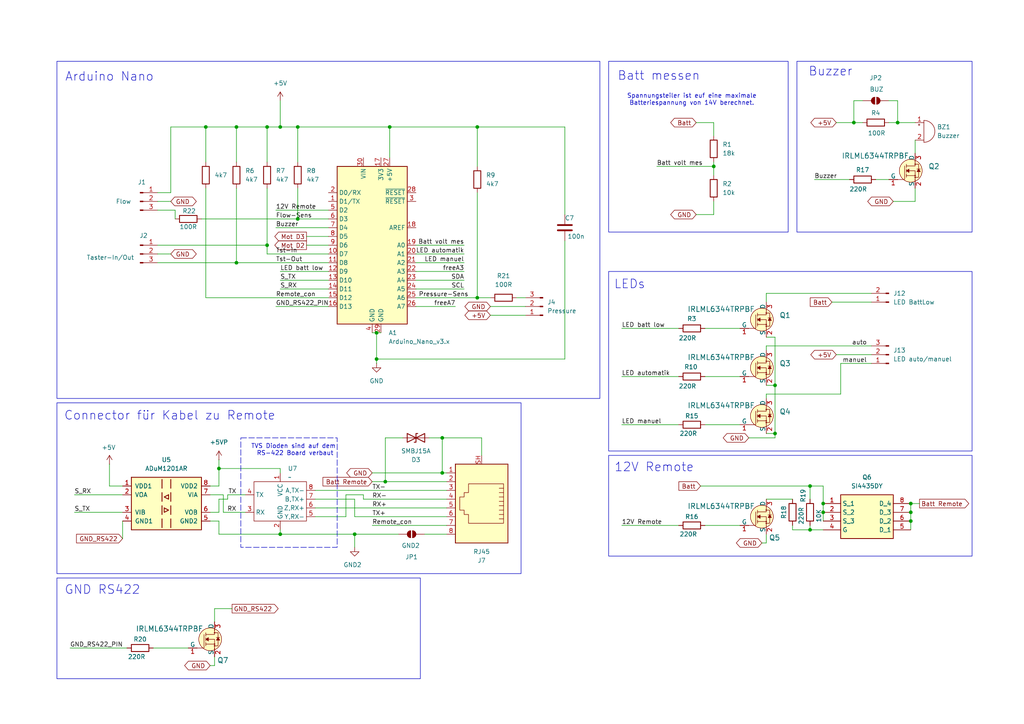
<source format=kicad_sch>
(kicad_sch (version 20250114) (generator "eeschema") (generator_version "9.0")
  (paper "A4")
  (title_block (title "Controller - Pumpstation") (date "2025-01-03") (rev "0.2") (company "sKlausi") (comment 2 "UART") (comment 3 "Test Aufbau"))
  (lib_symbols
    (symbol "Connector:Conn_01x02_Pin" (pin_names (offset 1.016) (hide yes))
      (property "Reference" "J" (at 0 2.54 0))
      (property "Value" "Conn_01x02_Pin" (at 0 -5.08 0))
      (symbol "Conn_01x02_Pin_1_1"
        (rectangle (start 0.8636 0.127) (end 0 -0.127) (stroke (width 0.1524)) (fill (type outline)))
        (rectangle (start 0.8636 -2.413) (end 0 -2.667) (stroke (width 0.1524)) (fill (type outline)))
        (polyline (pts (xy 1.27 0) (xy 0.8636 0)) (stroke (width 0.1524)))
        (polyline (pts (xy 1.27 -2.54) (xy 0.8636 -2.54)) (stroke (width 0.1524)))
        (pin passive line (at 5.08 0 180) (length 3.81) (name "Pin_1") (number "1"))
        (pin passive line (at 5.08 -2.54 180) (length 3.81) (name "Pin_2") (number "2"))
      )
    )
    (symbol "Connector:Conn_01x03_Pin" (pin_names (offset 1.016) (hide yes))
      (property "Reference" "J" (at 0 5.08 0))
      (property "Value" "Conn_01x03_Pin" (at 0 -5.08 0))
      (symbol "Conn_01x03_Pin_1_1"
        (rectangle (start 0.8636 2.667) (end 0 2.413) (stroke (width 0.1524)) (fill (type outline)))
        (rectangle (start 0.8636 0.127) (end 0 -0.127) (stroke (width 0.1524)) (fill (type outline)))
        (rectangle (start 0.8636 -2.413) (end 0 -2.667) (stroke (width 0.1524)) (fill (type outline)))
        (polyline (pts (xy 1.27 2.54) (xy 0.8636 2.54)) (stroke (width 0.1524)))
        (polyline (pts (xy 1.27 0) (xy 0.8636 0)) (stroke (width 0.1524)))
        (polyline (pts (xy 1.27 -2.54) (xy 0.8636 -2.54)) (stroke (width 0.1524)))
        (pin passive line (at 5.08 2.54 180) (length 3.81) (name "Pin_1") (number "1"))
        (pin passive line (at 5.08 0 180) (length 3.81) (name "Pin_2") (number "2"))
        (pin passive line (at 5.08 -2.54 180) (length 3.81) (name "Pin_3") (number "3"))
      )
    )
    (symbol "Connector:RJ45_Shielded" (pin_names (offset 1.016))
      (property "Reference" "J" (at -5.08 13.97 0))
      (property "Value" "RJ45_Shielded" (at 2.54 13.97 0))
      (symbol "RJ45_Shielded_0_1"
        (polyline (pts (xy -6.35 1.905) (xy -5.08 1.905) (xy -5.08 1.905)))
        (polyline (pts (xy -6.35 0.635) (xy -5.08 0.635) (xy -5.08 0.635)))
        (polyline (pts (xy -6.35 -0.635) (xy -5.08 -0.635) (xy -5.08 -0.635)))
        (polyline (pts (xy -6.35 -1.905) (xy -5.08 -1.905) (xy -5.08 -1.905)))
        (polyline (pts (xy -6.35 -3.175) (xy -5.08 -3.175) (xy -5.08 -3.175)))
        (polyline (pts (xy -6.35 -4.445) (xy -6.35 6.985) (xy 3.81 6.985) (xy 3.81 4.445) (xy 5.08 4.445) (xy 5.08 3.175) (xy 6.35 3.175) (xy 6.35 -0.635) (xy 5.08 -0.635) (xy 5.08 -1.905) (xy 3.81 -1.905) (xy 3.81 -4.445) (xy -6.35 -4.445) (xy -6.35 -4.445)))
        (polyline (pts (xy -5.08 5.715) (xy -6.35 5.715)))
        (polyline (pts (xy -5.08 4.445) (xy -6.35 4.445)))
        (polyline (pts (xy -5.08 3.175) (xy -6.35 3.175) (xy -6.35 3.175)))
        (rectangle (start 7.62 12.7) (end -7.62 -10.16) (stroke (width 0.254)) (fill (type background)))
      )
      (symbol "RJ45_Shielded_1_1"
        (pin passive line (at 0 -12.7 90) (length 2.54) (name "~") (number "SH"))
        (pin passive line (at 10.16 10.16 180) (length 2.54) (name "~") (number "8"))
        (pin passive line (at 10.16 7.62 180) (length 2.54) (name "~") (number "7"))
        (pin passive line (at 10.16 5.08 180) (length 2.54) (name "~") (number "6"))
        (pin passive line (at 10.16 2.54 180) (length 2.54) (name "~") (number "5"))
        (pin passive line (at 10.16 0 180) (length 2.54) (name "~") (number "4"))
        (pin passive line (at 10.16 -2.54 180) (length 2.54) (name "~") (number "3"))
        (pin passive line (at 10.16 -5.08 180) (length 2.54) (name "~") (number "2"))
        (pin passive line (at 10.16 -7.62 180) (length 2.54) (name "~") (number "1"))
      )
    )
    (symbol "Device:Buzzer" (pin_names (offset 0.0254) (hide yes))
      (property "Reference" "BZ" (at 3.81 1.27 0))
      (property "Value" "Buzzer" (at 3.81 -1.27 0))
      (symbol "Buzzer_0_1"
        (polyline (pts (xy -1.651 1.905) (xy -1.143 1.905)))
        (polyline (pts (xy -1.397 2.159) (xy -1.397 1.651)))
        (arc (start 0 3.175) (mid 3.1612 0) (end 0 -3.175))
        (polyline (pts (xy 0 3.175) (xy 0 -3.175)))
      )
      (symbol "Buzzer_1_1"
        (pin passive line (at -2.54 2.54 0) (length 2.54) (name "+") (number "1"))
        (pin passive line (at -2.54 -2.54 0) (length 2.54) (name "-") (number "2"))
      )
    )
    (symbol "Device:C" (pin_numbers (hide yes)) (pin_names (offset 0.254))
      (property "Reference" "C" (at 0.635 2.54 0))
      (property "Value" "C" (at 0.635 -2.54 0))
      (symbol "C_0_1"
        (polyline (pts (xy -2.032 0.762) (xy 2.032 0.762)) (stroke (width 0.508)))
        (polyline (pts (xy -2.032 -0.762) (xy 2.032 -0.762)) (stroke (width 0.508)))
      )
      (symbol "C_1_1"
        (pin passive line (at 0 3.81 270) (length 2.794) (name "~") (number "1"))
        (pin passive line (at 0 -3.81 90) (length 2.794) (name "~") (number "2"))
      )
    )
    (symbol "Device:D_TVS" (pin_numbers (hide yes)) (pin_names (offset 1.016) (hide yes))
      (property "Reference" "D" (at 0 2.54 0))
      (property "Value" "D_TVS" (at 0 -2.54 0))
      (symbol "D_TVS_0_1"
        (polyline (pts (xy -2.54 1.27) (xy -2.54 -1.27) (xy 2.54 1.27) (xy 2.54 -1.27) (xy -2.54 1.27)) (stroke (width 0.254)))
        (polyline (pts (xy 0.508 1.27) (xy 0 1.27) (xy 0 -1.27) (xy -0.508 -1.27)) (stroke (width 0.254)))
        (polyline (pts (xy 1.27 0) (xy -1.27 0)))
      )
      (symbol "D_TVS_1_1"
        (pin passive line (at -3.81 0 0) (length 2.54) (name "A1") (number "1"))
        (pin passive line (at 3.81 0 180) (length 2.54) (name "A2") (number "2"))
      )
    )
    (symbol "Device:R" (pin_numbers (hide yes)) (pin_names (offset 0))
      (property "Reference" "R" (at 2.032 0 90))
      (property "Value" "R" (at 0 0 90))
      (symbol "R_0_1"
        (rectangle (start -1.016 -2.54) (end 1.016 2.54) (stroke (width 0.254)))
      )
      (symbol "R_1_1"
        (pin passive line (at 0 3.81 270) (length 1.27) (name "~") (number "1"))
        (pin passive line (at 0 -3.81 90) (length 1.27) (name "~") (number "2"))
      )
    )
    (symbol "Isolator:ADuM1201AR" (pin_names (offset 1.016))
      (property "Reference" "U" (at -10.16 8.89 0))
      (property "Value" "ADuM1201AR" (at -2.032 8.89 0))
      (symbol "ADuM1201AR_0_1"
        (rectangle (start -10.16 7.62) (end 10.16 -7.62) (stroke (width 0.254)) (fill (type background)))
        (polyline (pts (xy -1.27 6.985) (xy -1.27 4.445)) (stroke (width 0.254)))
        (polyline (pts (xy -1.27 3.175) (xy -1.27 0.635)) (stroke (width 0.254)))
        (polyline (pts (xy -1.27 -0.635) (xy -1.27 -3.175)) (stroke (width 0.254)))
        (polyline (pts (xy -1.27 -4.445) (xy -1.27 -6.985)) (stroke (width 0.254)))
        (polyline (pts (xy -0.635 -1.27) (xy -0.635 -2.54) (xy 0.635 -1.905) (xy -0.635 -1.27)) (stroke (width 0.254)))
        (polyline (pts (xy 0.635 2.54) (xy 0.635 1.27) (xy -0.635 1.905) (xy 0.635 2.54)) (stroke (width 0.254)))
        (polyline (pts (xy 1.27 6.985) (xy 1.27 4.445)) (stroke (width 0.254)))
        (polyline (pts (xy 1.27 3.175) (xy 1.27 0.635)) (stroke (width 0.254)))
        (polyline (pts (xy 1.27 -0.635) (xy 1.27 -3.175)) (stroke (width 0.254)))
        (polyline (pts (xy 1.27 -4.445) (xy 1.27 -6.985)) (stroke (width 0.254)))
      )
      (symbol "ADuM1201AR_1_1"
        (pin power_in line (at -12.7 5.08 0) (length 2.54) (name "VDD1") (number "1"))
        (pin output line (at -12.7 2.54 0) (length 2.54) (name "VOA") (number "2"))
        (pin input line (at -12.7 -2.54 0) (length 2.54) (name "VIB") (number "3"))
        (pin power_in line (at -12.7 -5.08 0) (length 2.54) (name "GND1") (number "4"))
        (pin power_in line (at 12.7 5.08 180) (length 2.54) (name "VDD2") (number "8"))
        (pin input line (at 12.7 2.54 180) (length 2.54) (name "VIA") (number "7"))
        (pin output line (at 12.7 -2.54 180) (length 2.54) (name "VOB") (number "6"))
        (pin power_in line (at 12.7 -5.08 180) (length 2.54) (name "GND2") (number "5"))
      )
    )
    (symbol "Jumper:SolderJumper_2_Open" (pin_numbers (hide yes)) (pin_names (offset 0) (hide yes)) (exclude_from_sim yes) (in_bom no)
      (property "Reference" "JP" (at 0 2.032 0))
      (property "Value" "SolderJumper_2_Open" (at 0 -2.54 0))
      (symbol "SolderJumper_2_Open_0_1"
        (polyline (pts (xy -0.254 1.016) (xy -0.254 -1.016)))
        (arc (start -0.254 -1.016) (mid -1.2656 0) (end -0.254 1.016))
        (arc (start -0.254 -1.016) (mid -1.2656 0) (end -0.254 1.016) (fill (type outline)))
        (arc (start 0.254 1.016) (mid 1.2656 0) (end 0.254 -1.016))
        (arc (start 0.254 1.016) (mid 1.2656 0) (end 0.254 -1.016) (fill (type outline)))
        (polyline (pts (xy 0.254 1.016) (xy 0.254 -1.016)))
      )
      (symbol "SolderJumper_2_Open_1_1"
        (pin passive line (at -3.81 0 0) (length 2.54) (name "A") (number "1"))
        (pin passive line (at 3.81 0 180) (length 2.54) (name "B") (number "2"))
      )
    )
    (symbol "MCU_Module:Arduino_Nano_v3.x"
      (property "Reference" "A" (at -10.16 23.495 0))
      (property "Value" "Arduino_Nano_v3.x" (at 5.08 -24.13 0))
      (symbol "Arduino_Nano_v3.x_0_1"
        (rectangle (start -10.16 22.86) (end 10.16 -22.86) (stroke (width 0.254)) (fill (type background)))
      )
      (symbol "Arduino_Nano_v3.x_1_1"
        (pin bidirectional line (at -12.7 15.24 0) (length 2.54) (name "D0/RX") (number "2"))
        (pin bidirectional line (at -12.7 12.7 0) (length 2.54) (name "D1/TX") (number "1"))
        (pin bidirectional line (at -12.7 10.16 0) (length 2.54) (name "D2") (number "5"))
        (pin bidirectional line (at -12.7 7.62 0) (length 2.54) (name "D3") (number "6"))
        (pin bidirectional line (at -12.7 5.08 0) (length 2.54) (name "D4") (number "7"))
        (pin bidirectional line (at -12.7 2.54 0) (length 2.54) (name "D5") (number "8"))
        (pin bidirectional line (at -12.7 0 0) (length 2.54) (name "D6") (number "9"))
        (pin bidirectional line (at -12.7 -2.54 0) (length 2.54) (name "D7") (number "10"))
        (pin bidirectional line (at -12.7 -5.08 0) (length 2.54) (name "D8") (number "11"))
        (pin bidirectional line (at -12.7 -7.62 0) (length 2.54) (name "D9") (number "12"))
        (pin bidirectional line (at -12.7 -10.16 0) (length 2.54) (name "D10") (number "13"))
        (pin bidirectional line (at -12.7 -12.7 0) (length 2.54) (name "D11") (number "14"))
        (pin bidirectional line (at -12.7 -15.24 0) (length 2.54) (name "D12") (number "15"))
        (pin bidirectional line (at -12.7 -17.78 0) (length 2.54) (name "D13") (number "16"))
        (pin power_in line (at -2.54 25.4 270) (length 2.54) (name "VIN") (number "30"))
        (pin power_in line (at 0 -25.4 90) (length 2.54) (name "GND") (number "4"))
        (pin power_out line (at 2.54 25.4 270) (length 2.54) (name "3V3") (number "17"))
        (pin power_in line (at 2.54 -25.4 90) (length 2.54) (name "GND") (number "29"))
        (pin power_out line (at 5.08 25.4 270) (length 2.54) (name "+5V") (number "27"))
        (pin input line (at 12.7 15.24 180) (length 2.54) (name "~{RESET}") (number "28"))
        (pin input line (at 12.7 12.7 180) (length 2.54) (name "~{RESET}") (number "3"))
        (pin input line (at 12.7 5.08 180) (length 2.54) (name "AREF") (number "18"))
        (pin bidirectional line (at 12.7 0 180) (length 2.54) (name "A0") (number "19"))
        (pin bidirectional line (at 12.7 -2.54 180) (length 2.54) (name "A1") (number "20"))
        (pin bidirectional line (at 12.7 -5.08 180) (length 2.54) (name "A2") (number "21"))
        (pin bidirectional line (at 12.7 -7.62 180) (length 2.54) (name "A3") (number "22"))
        (pin bidirectional line (at 12.7 -10.16 180) (length 2.54) (name "A4") (number "23"))
        (pin bidirectional line (at 12.7 -12.7 180) (length 2.54) (name "A5") (number "24"))
        (pin bidirectional line (at 12.7 -15.24 180) (length 2.54) (name "A6") (number "25"))
        (pin bidirectional line (at 12.7 -17.78 180) (length 2.54) (name "A7") (number "26"))
      )
    )
    (symbol "SI4435DY:SI4435DY"
      (property "Reference" "Q" (at 21.59 7.62 0))
      (property "Value" "SI4435DY" (at 21.59 5.08 0))
      (symbol "SI4435DY_1_1"
        (rectangle (start 5.08 2.54) (end 20.32 -10.16) (stroke (width 0.254)) (fill (type background)))
        (pin passive line (at 0 0 0) (length 5.08) (name "S_1") (number "1"))
        (pin passive line (at 0 -2.54 0) (length 5.08) (name "S_2") (number "2"))
        (pin passive line (at 0 -5.08 0) (length 5.08) (name "S_3") (number "3"))
        (pin passive line (at 0 -7.62 0) (length 5.08) (name "G") (number "4"))
        (pin passive line (at 25.4 0 180) (length 5.08) (name "D_4") (number "8"))
        (pin passive line (at 25.4 -2.54 180) (length 5.08) (name "D_3") (number "7"))
        (pin passive line (at 25.4 -5.08 180) (length 5.08) (name "D_2") (number "6"))
        (pin passive line (at 25.4 -7.62 180) (length 5.08) (name "D_1") (number "5"))
      )
    )
    (symbol "ViKay2_Library:QYF-998_RS-422"
      (property "Reference" "U" (at 0 3.81 0))
      (symbol "QYF-998_RS-422_0_1"
        (rectangle (start -7.62 6.35) (end 7.62 -5.08))
      )
      (symbol "QYF-998_RS-422_1_1"
        (pin input line (at -10.16 2.54 0) (length 2.54) (name "TX") (number "4"))
        (pin input line (at -10.16 -2.54 0) (length 2.54) (name "RX") (number "3"))
        (pin input line (at 0 8.89 270) (length 2.54) (name "VCC") (number "1"))
        (pin input line (at 0 -7.62 90) (length 2.54) (name "GND") (number "2"))
        (pin input line (at 10.16 3.81 180) (length 2.54) (name "A,TX-") (number "8"))
        (pin input line (at 10.16 1.27 180) (length 2.54) (name "B,TX+") (number "7"))
        (pin input line (at 10.16 -1.27 180) (length 2.54) (name "Z,RX+") (number "6"))
        (pin input line (at 10.16 -3.81 180) (length 2.54) (name "Y,RX-") (number "5"))
      )
    )
    (symbol "dk_Transistors-FETs-MOSFETs-Single:IRLML6344TRPBF" (pin_names (offset 0))
      (property "Reference" "Q" (at -2.6924 3.6322 0))
      (property "Value" "IRLML6344TRPBF" (at 3.4544 0 90))
      (symbol "IRLML6344TRPBF_0_1"
        (polyline (pts (xy -5.08 -2.54) (xy -3.048 -2.54) (xy -3.048 1.397)))
        (circle (center -1.27 0) (radius 3.302) (fill (type background)))
        (polyline (pts (xy -0.127 -1.905) (xy 1.016 -1.905) (xy 1.016 1.397) (xy 1.016 1.905) (xy -0.127 1.905)))
        (polyline (pts (xy 0 2.54) (xy 0 1.397) (xy -2.54 1.397)))
        (circle (center 0 1.905) (radius 0.127))
        (polyline (pts (xy 0 -1.397) (xy -2.54 -1.397)))
        (circle (center 0 -1.397) (radius 0.127))
        (circle (center 0 -1.905) (radius 0.127))
        (polyline (pts (xy 0 -2.54) (xy 0 0) (xy -2.54 0)))
      )
      (symbol "IRLML6344TRPBF_1_1"
        (polyline (pts (xy -2.54 1.905) (xy -2.54 0.889)))
        (polyline (pts (xy -2.54 0) (xy -2.54 0.508)))
        (polyline (pts (xy -2.54 0) (xy -2.54 -0.508)))
        (polyline (pts (xy -2.54 0) (xy -1.778 0.508) (xy -1.778 -0.508) (xy -2.54 0)) (fill (type outline)))
        (polyline (pts (xy -2.54 -1.397) (xy -2.54 -0.889)))
        (polyline (pts (xy -2.54 -1.397) (xy -2.54 -1.905)))
        (polyline (pts (xy 1.016 0.508) (xy 0.508 -0.254) (xy 1.524 -0.254) (xy 1.016 0.508)) (fill (type outline)))
        (polyline (pts (xy 1.524 0.508) (xy 0.508 0.508)))
        (pin bidirectional line (at -7.62 -2.54 0) (length 2.54) (name "G") (number "1"))
        (pin bidirectional line (at 0 5.08 270) (length 2.54) (name "D") (number "3"))
        (pin bidirectional line (at 0 -5.08 90) (length 2.54) (name "S") (number "2"))
      )
    )
    (symbol "power:+3.3VP" (power) (pin_numbers (hide yes)) (pin_names (offset 0) (hide yes))
      (property "Value" "+3.3VP" (at 0 3.556 0))
      (symbol "+3.3VP_0_0"
        (pin power_in line (at 0 0 90) (length 0) (name "~") (number "1"))
      )
      (symbol "+3.3VP_0_1"
        (polyline (pts (xy -0.762 1.27) (xy 0 2.54)))
        (polyline (pts (xy 0 2.54) (xy 0.762 1.27)))
        (polyline (pts (xy 0 0) (xy 0 2.54)))
      )
    )
    (symbol "power:+5V" (power) (pin_numbers (hide yes)) (pin_names (offset 0) (hide yes))
      (property "Value" "+5V" (at 0 3.556 0))
      (symbol "+5V_0_1"
        (polyline (pts (xy -0.762 1.27) (xy 0 2.54)))
        (polyline (pts (xy 0 2.54) (xy 0.762 1.27)))
        (polyline (pts (xy 0 0) (xy 0 2.54)))
      )
      (symbol "+5V_1_1"
        (pin power_in line (at 0 0 90) (length 0) (name "~") (number "1"))
      )
    )
    (symbol "power:GND" (power) (pin_numbers (hide yes)) (pin_names (offset 0) (hide yes))
      (property "Value" "GND" (at 0 -3.81 0))
      (symbol "GND_0_1"
        (polyline (pts (xy 0 0) (xy 0 -1.27) (xy 1.27 -1.27) (xy 0 -2.54) (xy -1.27 -1.27) (xy 0 -1.27)))
      )
      (symbol "GND_1_1"
        (pin power_in line (at 0 0 270) (length 0) (name "~") (number "1"))
      )
    )
    (symbol "power:GND2" (power) (pin_numbers (hide yes)) (pin_names (offset 0) (hide yes))
      (property "Value" "GND2" (at 0 -3.81 0))
      (symbol "GND2_0_1"
        (polyline (pts (xy 0 0) (xy 0 -1.27) (xy 1.27 -1.27) (xy 0 -2.54) (xy -1.27 -1.27) (xy 0 -1.27)))
      )
      (symbol "GND2_1_1"
        (pin power_in line (at 0 0 270) (length 0) (name "~") (number "1"))
      )
    )
  )
  (rectangle (start 176.53 78.74) (end 281.94 130.81))
  (rectangle (start 69.85 127) (end 97.79 158.75) (stroke (width 0) (type dash)))
  (rectangle (start 231.14 17.78) (end 281.94 67.31))
  (rectangle (start 16.51 167.64) (end 121.92 196.85))
  (rectangle (start 16.51 116.84) (end 151.13 166.37))
  (rectangle (start 16.51 17.78) (end 173.99 115.57))
  (rectangle (start 176.53 132.08) (end 281.94 161.29))
  (rectangle (start 176.53 17.78) (end 228.6 67.31))
  (text "Buzzer" (at 234.442 20.828 0) (effects (font (size 2.54 2.54)) (justify left)))
  (text "GND RS422" (at 29.718 171.196 0) (effects (font (size 2.54 2.54))))
  (text "12V Remote" (at 189.738 135.636 0) (effects (font (size 2.54 2.54))))
  (text "LEDs" (at 182.626 82.55 0) (effects (font (size 2.54 2.54))))
  (text "Spannungsteiler ist euf eine maximale\nBatteriespannung von 14V berechnet." (at 200.66 28.956 0) (effects (font (size 1.27 1.27))))
  (text "TVS Dioden sind auf dem \nRS-422 Board verbaut" (at 85.598 130.556 0) (effects (font (size 1.27 1.27) (thickness 0.1588))))
  (text "Batt messen" (at 179.07 22.098 0) (effects (font (size 2.54 2.54)) (justify left)))
  (text "Arduino Nano" (at 31.75 22.352 0) (effects (font (size 2.54 2.54))))
  (text "Connector für Kabel zu Remote" (at 18.542 120.65 0) (effects (font (size 2.54 2.54)) (justify left)))
  (junction (at 81.28 36.83))
  (junction (at 86.36 63.5))
  (junction (at 138.43 86.36))
  (junction (at 238.76 146.05))
  (junction (at 113.03 36.83))
  (junction (at 238.76 148.59))
  (junction (at 102.87 154.94))
  (junction (at 247.65 35.56))
  (junction (at 260.35 35.56))
  (junction (at 109.22 96.52))
  (junction (at 138.43 36.83))
  (junction (at 224.79 125.73))
  (junction (at 207.01 48.26))
  (junction (at 81.28 154.94))
  (junction (at 264.16 148.59))
  (junction (at 77.47 36.83))
  (junction (at 86.36 36.83))
  (junction (at 109.22 104.14))
  (junction (at 63.5 135.89))
  (junction (at 77.47 71.12))
  (junction (at 264.16 146.05))
  (junction (at 234.95 140.97))
  (junction (at 68.58 76.2))
  (junction (at 264.16 151.13))
  (junction (at 224.79 111.76))
  (junction (at 111.76 139.7))
  (junction (at 68.58 36.83))
  (junction (at 128.27 127))
  (junction (at 59.69 36.83))
  (junction (at 234.95 153.67))
  (junction (at 128.27 137.16))
  (wire (pts (xy 138.43 86.36) (xy 142.24 86.36)))
  (wire (pts (xy 229.87 153.67) (xy 234.95 153.67)))
  (wire (pts (xy 220.98 157.48) (xy 222.25 157.48)))
  (wire (pts (xy 91.44 144.78) (xy 102.87 144.78)))
  (wire (pts (xy 91.44 149.86) (xy 100.33 149.86)))
  (wire (pts (xy 66.04 143.51) (xy 71.12 143.51)))
  (wire (pts (xy 224.79 97.79) (xy 222.25 97.79)))
  (wire (pts (xy 252.73 87.63) (xy 241.3 87.63)))
  (wire (pts (xy 201.93 62.23) (xy 207.01 62.23)))
  (wire (pts (xy 201.93 35.56) (xy 207.01 35.56)))
  (wire (pts (xy 105.41 144.78) (xy 129.54 144.78)))
  (wire (pts (xy 163.83 104.14) (xy 109.22 104.14)))
  (wire (pts (xy 63.5 148.59) (xy 63.5 144.78)))
  (wire (pts (xy 149.86 86.36) (xy 152.4 86.36)))
  (wire (pts (xy 254 52.07) (xy 257.81 52.07)))
  (wire (pts (xy 100.33 149.86) (xy 100.33 143.51)))
  (wire (pts (xy 264.16 146.05) (xy 264.16 148.59)))
  (wire (pts (xy 207.01 58.42) (xy 207.01 62.23)))
  (wire (pts (xy 21.59 143.51) (xy 35.56 143.51)))
  (wire (pts (xy 238.76 153.67) (xy 234.95 153.67)))
  (wire (pts (xy 163.83 62.23) (xy 163.83 36.83)))
  (wire (pts (xy 243.84 105.41) (xy 252.73 105.41)))
  (wire (pts (xy 139.7 127) (xy 128.27 127)))
  (wire (pts (xy 222.25 114.3) (xy 222.25 115.57)))
  (wire (pts (xy 139.7 127) (xy 139.7 132.08)))
  (wire (pts (xy 95.25 76.2) (xy 68.58 76.2)))
  (wire (pts (xy 63.5 135.89) (xy 63.5 140.97)))
  (wire (pts (xy 120.65 78.74) (xy 134.62 78.74)))
  (wire (pts (xy 265.43 58.42) (xy 265.43 54.61)))
  (wire (pts (xy 31.75 134.62) (xy 31.75 140.97)))
  (wire (pts (xy 81.28 153.67) (xy 81.28 154.94)))
  (wire (pts (xy 229.87 152.4) (xy 229.87 153.67)))
  (wire (pts (xy 222.25 85.09) (xy 222.25 87.63)))
  (wire (pts (xy 238.76 140.97) (xy 238.76 146.05)))
  (wire (pts (xy 109.22 104.14) (xy 109.22 105.41)))
  (wire (pts (xy 88.9 71.12) (xy 95.25 71.12)))
  (wire (pts (xy 62.23 193.04) (xy 62.23 190.5)))
  (wire (pts (xy 80.01 88.9) (xy 95.25 88.9)))
  (wire (pts (xy 264.16 151.13) (xy 264.16 153.67)))
  (wire (pts (xy 123.19 154.94) (xy 129.54 154.94)))
  (wire (pts (xy 238.76 148.59) (xy 238.76 151.13)))
  (wire (pts (xy 81.28 78.74) (xy 95.25 78.74)))
  (wire (pts (xy 60.96 148.59) (xy 63.5 148.59)))
  (wire (pts (xy 102.87 158.75) (xy 102.87 154.94)))
  (wire (pts (xy 242.57 102.87) (xy 252.73 102.87)))
  (wire (pts (xy 129.54 137.16) (xy 128.27 137.16)))
  (wire (pts (xy 77.47 46.99) (xy 77.47 36.83)))
  (wire (pts (xy 49.53 36.83) (xy 59.69 36.83)))
  (wire (pts (xy 234.95 153.67) (xy 234.95 152.4)))
  (wire (pts (xy 196.85 123.19) (xy 180.34 123.19)))
  (wire (pts (xy 113.03 36.83) (xy 138.43 36.83)))
  (wire (pts (xy 81.28 36.83) (xy 86.36 36.83)))
  (wire (pts (xy 120.65 86.36) (xy 138.43 86.36)))
  (wire (pts (xy 62.23 176.53) (xy 67.31 176.53)))
  (wire (pts (xy 142.24 88.9) (xy 152.4 88.9)))
  (wire (pts (xy 59.69 36.83) (xy 68.58 36.83)))
  (wire (pts (xy 107.95 96.52) (xy 109.22 96.52)))
  (wire (pts (xy 264.16 146.05) (xy 266.7 146.05)))
  (wire (pts (xy 222.25 85.09) (xy 252.73 85.09)))
  (wire (pts (xy 81.28 81.28) (xy 95.25 81.28)))
  (wire (pts (xy 63.5 151.13) (xy 60.96 151.13)))
  (wire (pts (xy 81.28 135.89) (xy 81.28 137.16)))
  (wire (pts (xy 238.76 140.97) (xy 234.95 140.97)))
  (wire (pts (xy 102.87 144.78) (xy 102.87 149.86)))
  (wire (pts (xy 120.65 81.28) (xy 134.62 81.28)))
  (wire (pts (xy 257.81 35.56) (xy 260.35 35.56)))
  (wire (pts (xy 60.96 193.04) (xy 62.23 193.04)))
  (wire (pts (xy 86.36 54.61) (xy 86.36 63.5)))
  (wire (pts (xy 63.5 154.94) (xy 63.5 151.13)))
  (wire (pts (xy 180.34 95.25) (xy 196.85 95.25)))
  (wire (pts (xy 222.25 144.78) (xy 229.87 144.78)))
  (wire (pts (xy 60.96 143.51) (xy 64.77 143.51)))
  (wire (pts (xy 86.36 63.5) (xy 95.25 63.5)))
  (wire (pts (xy 62.23 180.34) (xy 62.23 176.53)))
  (wire (pts (xy 80.01 60.96) (xy 95.25 60.96)))
  (wire (pts (xy 222.25 125.73) (xy 224.79 125.73)))
  (wire (pts (xy 120.65 88.9) (xy 132.08 88.9)))
  (wire (pts (xy 81.28 154.94) (xy 102.87 154.94)))
  (wire (pts (xy 81.28 154.94) (xy 63.5 154.94)))
  (wire (pts (xy 128.27 127) (xy 124.46 127)))
  (wire (pts (xy 45.72 73.66) (xy 49.53 73.66)))
  (wire (pts (xy 88.9 68.58) (xy 95.25 68.58)))
  (wire (pts (xy 257.81 29.21) (xy 260.35 29.21)))
  (wire (pts (xy 222.25 100.33) (xy 222.25 101.6)))
  (wire (pts (xy 91.44 147.32) (xy 129.54 147.32)))
  (wire (pts (xy 265.43 58.42) (xy 259.08 58.42)))
  (wire (pts (xy 204.47 152.4) (xy 214.63 152.4)))
  (wire (pts (xy 265.43 40.64) (xy 265.43 44.45)))
  (wire (pts (xy 247.65 35.56) (xy 250.19 35.56)))
  (wire (pts (xy 95.25 66.04) (xy 80.01 66.04)))
  (wire (pts (xy 222.25 111.76) (xy 224.79 111.76)))
  (wire (pts (xy 264.16 148.59) (xy 264.16 151.13)))
  (wire (pts (xy 116.84 127) (xy 111.76 127)))
  (wire (pts (xy 35.56 156.21) (xy 35.56 151.13)))
  (wire (pts (xy 120.65 73.66) (xy 134.62 73.66)))
  (wire (pts (xy 21.59 148.59) (xy 35.56 148.59)))
  (wire (pts (xy 190.5 48.26) (xy 207.01 48.26)))
  (wire (pts (xy 222.25 100.33) (xy 252.73 100.33)))
  (wire (pts (xy 196.85 152.4) (xy 180.34 152.4)))
  (wire (pts (xy 207.01 39.37) (xy 207.01 35.56)))
  (wire (pts (xy 64.77 143.51) (xy 64.77 148.59)))
  (wire (pts (xy 77.47 71.12) (xy 77.47 73.66)))
  (wire (pts (xy 77.47 73.66) (xy 95.25 73.66)))
  (wire (pts (xy 234.95 140.97) (xy 234.95 144.78)))
  (wire (pts (xy 58.42 63.5) (xy 86.36 63.5)))
  (wire (pts (xy 59.69 54.61) (xy 59.69 86.36)))
  (wire (pts (xy 120.65 71.12) (xy 134.62 71.12)))
  (wire (pts (xy 180.34 109.22) (xy 196.85 109.22)))
  (wire (pts (xy 138.43 48.26) (xy 138.43 36.83)))
  (wire (pts (xy 77.47 36.83) (xy 81.28 36.83)))
  (wire (pts (xy 81.28 29.21) (xy 81.28 36.83)))
  (wire (pts (xy 236.22 52.07) (xy 246.38 52.07)))
  (wire (pts (xy 66.04 144.78) (xy 66.04 143.51)))
  (wire (pts (xy 68.58 76.2) (xy 45.72 76.2)))
  (wire (pts (xy 50.8 60.96) (xy 50.8 63.5)))
  (wire (pts (xy 102.87 154.94) (xy 115.57 154.94)))
  (wire (pts (xy 63.5 133.35) (xy 63.5 135.89)))
  (wire (pts (xy 68.58 54.61) (xy 68.58 76.2)))
  (wire (pts (xy 31.75 140.97) (xy 35.56 140.97)))
  (wire (pts (xy 247.65 29.21) (xy 247.65 35.56)))
  (wire (pts (xy 45.72 71.12) (xy 77.47 71.12)))
  (wire (pts (xy 238.76 146.05) (xy 238.76 148.59)))
  (wire (pts (xy 45.72 58.42) (xy 49.53 58.42)))
  (wire (pts (xy 260.35 29.21) (xy 260.35 35.56)))
  (wire (pts (xy 68.58 46.99) (xy 68.58 36.83)))
  (wire (pts (xy 224.79 97.79) (xy 224.79 111.76)))
  (wire (pts (xy 128.27 137.16) (xy 128.27 127)))
  (wire (pts (xy 109.22 96.52) (xy 110.49 96.52)))
  (wire (pts (xy 105.41 143.51) (xy 105.41 144.78)))
  (wire (pts (xy 242.57 35.56) (xy 247.65 35.56)))
  (wire (pts (xy 59.69 86.36) (xy 95.25 86.36)))
  (wire (pts (xy 111.76 127) (xy 111.76 139.7)))
  (wire (pts (xy 129.54 152.4) (xy 107.95 152.4)))
  (wire (pts (xy 204.47 95.25) (xy 214.63 95.25)))
  (wire (pts (xy 204.47 109.22) (xy 214.63 109.22)))
  (wire (pts (xy 111.76 139.7) (xy 107.95 139.7)))
  (wire (pts (xy 49.53 55.88) (xy 49.53 36.83)))
  (wire (pts (xy 163.83 69.85) (xy 163.83 104.14)))
  (wire (pts (xy 100.33 143.51) (xy 105.41 143.51)))
  (wire (pts (xy 129.54 139.7) (xy 111.76 139.7)))
  (wire (pts (xy 224.79 125.73) (xy 224.79 127)))
  (wire (pts (xy 59.69 36.83) (xy 59.69 46.99)))
  (wire (pts (xy 91.44 142.24) (xy 129.54 142.24)))
  (wire (pts (xy 63.5 140.97) (xy 60.96 140.97)))
  (wire (pts (xy 207.01 46.99) (xy 207.01 48.26)))
  (wire (pts (xy 77.47 54.61) (xy 77.47 71.12)))
  (wire (pts (xy 120.65 83.82) (xy 134.62 83.82)))
  (wire (pts (xy 68.58 36.83) (xy 77.47 36.83)))
  (wire (pts (xy 81.28 83.82) (xy 95.25 83.82)))
  (wire (pts (xy 224.79 111.76) (xy 224.79 125.73)))
  (wire (pts (xy 243.84 114.3) (xy 222.25 114.3)))
  (wire (pts (xy 63.5 135.89) (xy 81.28 135.89)))
  (wire (pts (xy 142.24 91.44) (xy 152.4 91.44)))
  (wire (pts (xy 63.5 144.78) (xy 66.04 144.78)))
  (wire (pts (xy 113.03 45.72) (xy 113.03 36.83)))
  (wire (pts (xy 204.47 123.19) (xy 214.63 123.19)))
  (wire (pts (xy 260.35 35.56) (xy 265.43 35.56)))
  (wire (pts (xy 250.19 29.21) (xy 247.65 29.21)))
  (wire (pts (xy 222.25 157.48) (xy 222.25 154.94)))
  (wire (pts (xy 86.36 46.99) (xy 86.36 36.83)))
  (wire (pts (xy 203.2 140.97) (xy 234.95 140.97)))
  (wire (pts (xy 138.43 55.88) (xy 138.43 86.36)))
  (wire (pts (xy 243.84 105.41) (xy 243.84 114.3)))
  (wire (pts (xy 45.72 55.88) (xy 49.53 55.88)))
  (wire (pts (xy 128.27 137.16) (xy 107.95 137.16)))
  (wire (pts (xy 207.01 48.26) (xy 207.01 50.8)))
  (wire (pts (xy 120.65 76.2) (xy 134.62 76.2)))
  (wire (pts (xy 44.45 187.96) (xy 54.61 187.96)))
  (wire (pts (xy 138.43 36.83) (xy 163.83 36.83)))
  (wire (pts (xy 64.77 148.59) (xy 71.12 148.59)))
  (wire (pts (xy 45.72 60.96) (xy 50.8 60.96)))
  (wire (pts (xy 102.87 149.86) (xy 129.54 149.86)))
  (wire (pts (xy 109.22 96.52) (xy 109.22 104.14)))
  (wire (pts (xy 217.17 127) (xy 224.79 127)))
  (wire (pts (xy 36.83 187.96) (xy 20.32 187.96)))
  (wire (pts (xy 86.36 36.83) (xy 113.03 36.83)))
  (label "Batt volt mes" (at 190.5 48.26 0))
  (label "Remote_con" (at 80.01 86.36 0))
  (label "S_RX" (at 21.59 143.51 0))
  (label "LED batt low" (at 81.28 78.74 0))
  (label "RX" (at 68.58 148.59 180))
  (label "LED batt low" (at 180.34 95.25 0))
  (label "S_RX" (at 81.28 83.82 0))
  (label "freeA3" (at 134.62 78.74 180))
  (label "S_TX" (at 21.59 148.59 0))
  (label "auto" (at 251.46 100.33 180))
  (label "Buzzer" (at 236.22 52.07 0))
  (label "LED manuel" (at 180.34 123.19 0))
  (label "LED manuel" (at 134.62 76.2 180))
  (label "S_TX" (at 81.28 81.28 0))
  (label "TX" (at 68.58 143.51 180))
  (label "freeA7" (at 132.08 88.9 180))
  (label "RX-" (at 107.95 144.78 0))
  (label "GND_RS422_PIN" (at 80.01 88.9 0))
  (label "LED automatik" (at 180.34 109.22 0))
  (label "Tst-Out" (at 80.01 76.2 0))
  (label "12V Remote" (at 180.34 152.4 0))
  (label "manuel" (at 251.46 105.41 180))
  (label "Remote_con" (at 107.95 152.4 0))
  (label "Tst-In" (at 80.01 73.66 0))
  (label "RX+" (at 107.95 147.32 0))
  (label "Pressure-Sens" (at 135.89 86.36 180))
  (label "TX-" (at 107.95 142.24 0))
  (label "GND_RS422_PIN" (at 20.32 187.96 0))
  (label "LED automatik" (at 134.62 73.66 180))
  (label "Batt volt mes" (at 134.62 71.12 180))
  (label "Buzzer" (at 80.01 66.04 0))
  (label "Flow-Sens" (at 80.01 63.5 0))
  (label "12V Remote" (at 80.01 60.96 0))
  (label "SCL" (at 134.62 83.82 180))
  (label "SDA" (at 134.62 81.28 180))
  (label "TX+" (at 107.95 149.86 0))
  (global_label "+5V" (shape bidirectional) (at 242.57 35.56 180) (property "Intersheetrefs" "${INTERSHEET_REFS}" (effects (hide yes))))
  (global_label "Mot D3" (shape output) (at 88.9 68.58 180) (property "Intersheetrefs" "${INTERSHEET_REFS}" (effects (hide yes))))
  (global_label "GND" (shape bidirectional) (at 49.53 58.42 0) (property "Intersheetrefs" "${INTERSHEET_REFS}" (effects (hide yes))))
  (global_label "GND" (shape bidirectional) (at 217.17 127 180) (property "Intersheetrefs" "${INTERSHEET_REFS}" (effects (hide yes))))
  (global_label "Batt" (shape bidirectional) (at 201.93 35.56 180) (property "Intersheetrefs" "${INTERSHEET_REFS}" (effects (hide yes))))
  (global_label "GND" (shape bidirectional) (at 49.53 73.66 0) (property "Intersheetrefs" "${INTERSHEET_REFS}" (effects (hide yes))))
  (global_label "Batt Remote" (shape output) (at 266.7 146.05 0) (property "Intersheetrefs" "${INTERSHEET_REFS}" (effects (hide yes))))
  (global_label "GND" (shape bidirectional) (at 259.08 58.42 180) (property "Intersheetrefs" "${INTERSHEET_REFS}" (effects (hide yes))))
  (global_label "Mot D2" (shape output) (at 88.9 71.12 180) (property "Intersheetrefs" "${INTERSHEET_REFS}" (effects (hide yes))))
  (global_label "GND" (shape bidirectional) (at 142.24 88.9 180) (property "Intersheetrefs" "${INTERSHEET_REFS}" (effects (hide yes))))
  (global_label "+5V" (shape bidirectional) (at 142.24 91.44 180) (property "Intersheetrefs" "${INTERSHEET_REFS}" (effects (hide yes))))
  (global_label "GND" (shape bidirectional) (at 60.96 193.04 180) (property "Intersheetrefs" "${INTERSHEET_REFS}" (effects (hide yes))))
  (global_label "Batt" (shape input) (at 241.3 87.63 180) (property "Intersheetrefs" "${INTERSHEET_REFS}" (effects (hide yes))))
  (global_label "GND" (shape bidirectional) (at 107.95 137.16 180) (property "Intersheetrefs" "${INTERSHEET_REFS}" (effects (hide yes))))
  (global_label "Batt Remote" (shape input) (at 107.95 139.7 180) (property "Intersheetrefs" "${INTERSHEET_REFS}" (effects (hide yes))))
  (global_label "GND_RS422" (shape output) (at 67.31 176.53 0) (property "Intersheetrefs" "${INTERSHEET_REFS}" (effects (hide yes))))
  (global_label "GND_RS422" (shape input) (at 35.56 156.21 180) (property "Intersheetrefs" "${INTERSHEET_REFS}" (effects (hide yes))))
  (global_label "GND" (shape bidirectional) (at 201.93 62.23 180) (property "Intersheetrefs" "${INTERSHEET_REFS}" (effects (hide yes))))
  (global_label "Batt" (shape input) (at 203.2 140.97 180) (property "Intersheetrefs" "${INTERSHEET_REFS}" (effects (hide yes))))
  (global_label "+5V" (shape bidirectional) (at 242.57 102.87 180) (property "Intersheetrefs" "${INTERSHEET_REFS}" (effects (hide yes))))
  (global_label "GND" (shape bidirectional) (at 220.98 157.48 180) (property "Intersheetrefs" "${INTERSHEET_REFS}" (effects (hide yes))))
  (symbol (lib_id "Device:R") (at 200.66 152.4 90) (unit 1)
    (property "Reference" "R16" (at 200.66 149.86 90))
    (property "Value" "220R" (at 199.644 154.94 90))
    (property "Footprint" "Resistor_SMD:R_0805_2012Metric_Pad1.20x1.40mm_HandSolder" (effects (hide yes)))
    (property "Description" "Resistor" (effects (hide yes)))
  )
  (symbol (lib_id "Device:R") (at 207.01 43.18 180) (unit 1)
    (property "Reference" "R1" (at 209.55 41.9099 0) (effects (justify right)))
    (property "Value" "18k" (at 209.55 44.4499 0) (effects (justify right)))
    (property "Footprint" "Resistor_SMD:R_0805_2012Metric_Pad1.20x1.40mm_HandSolder" (effects (hide yes)))
    (property "Description" "Resistor" (effects (hide yes)))
  )
  (symbol (lib_id "Device:R") (at 40.64 187.96 90) (unit 1)
    (property "Reference" "R20" (at 40.64 185.42 90))
    (property "Value" "220R" (at 39.624 190.5 90))
    (property "Footprint" "Resistor_SMD:R_0805_2012Metric_Pad1.20x1.40mm_HandSolder" (effects (hide yes)))
    (property "Description" "Resistor" (effects (hide yes)))
  )
  (symbol (lib_id "Device:R") (at 200.66 123.19 90) (unit 1)
    (property "Reference" "R15" (at 200.66 120.65 90))
    (property "Value" "220R" (at 199.644 125.73 90))
    (property "Footprint" "Resistor_SMD:R_0805_2012Metric_Pad1.20x1.40mm_HandSolder" (effects (hide yes)))
    (property "Description" "Resistor" (effects (hide yes)))
  )
  (symbol (lib_id "dk_Transistors-FETs-MOSFETs-Single:IRLML6344TRPBF") (at 62.23 185.42 0) (unit 1)
    (property "Reference" "Q7" (at 62.992 191.516 0) (effects (font (size 1.524 1.524)) (justify left)))
    (property "Value" "IRLML6344TRPBF" (at 39.37 182.372 0) (effects (font (size 1.524 1.524)) (justify left)))
    (property "Footprint" "digikey-footprints:SOT-23-3" (effects (hide yes)))
    (property "Datasheet" "https://www.infineon.com/dgdl/irlml6344pbf.pdf?fileId=5546d462533600a4015356689c44262c" (effects (hide yes)))
    (property "Description" "MOSFET N-CH 30V 5A SOT23" (effects (hide yes)))
    (property "Digi-Key_PN" "IRLML6344TRPBFCT-ND" (effects (hide yes)))
    (property "MPN" "IRLML6344TRPBF" (effects (hide yes)))
    (property "Category" "Discrete Semiconductor Products" (effects (hide yes)))
    (property "Family" "Transistors - FETs, MOSFETs - Single" (effects (hide yes)))
    (property "DK_Datasheet_Link" "https://www.infineon.com/dgdl/irlml6344pbf.pdf?fileId=5546d462533600a4015356689c44262c" (effects (hide yes)))
    (property "DK_Detail_Page" "/product-detail/en/infineon-technologies/IRLML6344TRPBF/IRLML6344TRPBFCT-ND/2538168" (effects (hide yes)))
    (property "Description_1" "MOSFET N-CH 30V 5A SOT23" (effects (hide yes)))
    (property "Manufacturer" "Infineon Technologies" (effects (hide yes)))
    (property "Status" "Active" (effects (hide yes)))
  )
  (symbol (lib_id "Jumper:SolderJumper_2_Open") (at 254 29.21 180) (unit 1) (exclude_from_sim yes) (in_bom no)
    (property "Reference" "JP2" (at 254 22.606 0))
    (property "Value" "BUZ" (at 254.254 25.908 0))
    (property "Footprint" "Jumper:SolderJumper-2_P1.3mm_Open_Pad1.0x1.5mm" (effects (hide yes)))
    (property "Description" "Solder Jumper, 2-pole, open" (effects (hide yes)))
  )
  (symbol (lib_id "Connector:Conn_01x03_Pin") (at 40.64 73.66 0) (unit 1)
    (property "Reference" "J2" (at 41.656 68.326 0))
    (property "Value" "Taster-In/Out" (at 32.004 74.676 0))
    (property "Footprint" "Connector_PinHeader_2.54mm:PinHeader_1x03_P2.54mm_Vertical" (effects (hide yes)))
    (property "Description" "Generic connector, single row, 01x03, script generated" (effects (hide yes)))
  )
  (symbol (lib_id "Connector:Conn_01x03_Pin") (at 257.81 102.87 180) (unit 1)
    (property "Reference" "J13" (at 259.08 101.5999 0) (effects (justify right)))
    (property "Value" "LED auto/manuel" (at 259.08 104.1399 0) (effects (justify right)))
    (property "Footprint" "Connector_PinHeader_2.54mm:PinHeader_1x03_P2.54mm_Vertical" (effects (hide yes)))
    (property "Description" "Generic connector, single row, 01x03, script generated" (effects (hide yes)))
  )
  (symbol (lib_id "Device:R") (at 68.58 50.8 180) (unit 1)
    (property "Reference" "R6" (at 71.12 49.5299 0) (effects (justify right)))
    (property "Value" "4k7" (at 71.12 52.0699 0) (effects (justify right)))
    (property "Footprint" "Resistor_SMD:R_0805_2012Metric_Pad1.20x1.40mm_HandSolder" (effects (hide yes)))
    (property "Description" "Resistor" (effects (hide yes)))
  )
  (symbol (lib_id "Device:R") (at 200.66 109.22 90) (unit 1)
    (property "Reference" "R10" (at 200.406 106.426 90))
    (property "Value" "220R" (at 199.39 112.014 90))
    (property "Footprint" "Resistor_SMD:R_0805_2012Metric_Pad1.20x1.40mm_HandSolder" (effects (hide yes)))
    (property "Description" "Resistor" (effects (hide yes)))
  )
  (symbol (lib_id "Jumper:SolderJumper_2_Open") (at 119.38 154.94 0) (unit 1) (exclude_from_sim yes) (in_bom no)
    (property "Reference" "JP1" (at 119.38 161.544 0))
    (property "Value" "GND2" (at 119.126 158.242 0))
    (property "Footprint" "Jumper:SolderJumper-2_P1.3mm_Open_Pad1.0x1.5mm" (effects (hide yes)))
    (property "Description" "Solder Jumper, 2-pole, open" (effects (hide yes)))
  )
  (symbol (lib_id "dk_Transistors-FETs-MOSFETs-Single:IRLML6344TRPBF") (at 222.25 120.65 0) (unit 1)
    (property "Reference" "Q4" (at 226.06 119.3799 0) (effects (font (size 1.524 1.524)) (justify left)))
    (property "Value" "IRLML6344TRPBF" (at 199.39 117.602 0) (effects (font (size 1.524 1.524)) (justify left)))
    (property "Footprint" "digikey-footprints:SOT-23-3" (effects (hide yes)))
    (property "Datasheet" "https://www.infineon.com/dgdl/irlml6344pbf.pdf?fileId=5546d462533600a4015356689c44262c" (effects (hide yes)))
    (property "Description" "MOSFET N-CH 30V 5A SOT23" (effects (hide yes)))
    (property "Digi-Key_PN" "IRLML6344TRPBFCT-ND" (effects (hide yes)))
    (property "MPN" "IRLML6344TRPBF" (effects (hide yes)))
    (property "Category" "Discrete Semiconductor Products" (effects (hide yes)))
    (property "Family" "Transistors - FETs, MOSFETs - Single" (effects (hide yes)))
    (property "DK_Datasheet_Link" "https://www.infineon.com/dgdl/irlml6344pbf.pdf?fileId=5546d462533600a4015356689c44262c" (effects (hide yes)))
    (property "DK_Detail_Page" "/product-detail/en/infineon-technologies/IRLML6344TRPBF/IRLML6344TRPBFCT-ND/2538168" (effects (hide yes)))
    (property "Description_1" "MOSFET N-CH 30V 5A SOT23" (effects (hide yes)))
    (property "Manufacturer" "Infineon Technologies" (effects (hide yes)))
    (property "Status" "Active" (effects (hide yes)))
  )
  (symbol (lib_id "power:GND") (at 109.22 105.41 0) (unit 1)
    (property "Reference" "#PWR06" (effects (hide yes)))
    (property "Value" "GND" (at 109.22 110.49 0))
    (property "Description" "Power symbol creates a global label with name \"GND\" , ground" (effects (hide yes)))
  )
  (symbol (lib_id "Connector:Conn_01x02_Pin") (at 257.81 87.63 180) (unit 1)
    (property "Reference" "J12" (at 259.08 85.0899 0) (effects (justify right)))
    (property "Value" "LED BattLow" (at 259.08 87.6299 0) (effects (justify right)))
    (property "Footprint" "Connector_PinHeader_2.54mm:PinHeader_1x02_P2.54mm_Vertical" (effects (hide yes)))
    (property "Description" "Generic connector, single row, 01x02, script generated" (effects (hide yes)))
  )
  (symbol (lib_id "Device:Buzzer") (at 267.97 38.1 0) (unit 1)
    (property "Reference" "BZ1" (at 271.78 36.8299 0) (effects (justify left)))
    (property "Value" "Buzzer" (at 271.78 39.3699 0) (effects (justify left)))
    (property "Footprint" "ViKay2_Library:Buzzer_12x9.5RM6.7" (effects (hide yes)))
    (property "Description" "Buzzer, polarized" (effects (hide yes)))
  )
  (symbol (lib_id "Device:R") (at 200.66 95.25 90) (unit 1)
    (property "Reference" "R3" (at 200.66 92.456 90))
    (property "Value" "220R" (at 199.39 98.044 90))
    (property "Footprint" "Resistor_SMD:R_0805_2012Metric_Pad1.20x1.40mm_HandSolder" (effects (hide yes)))
    (property "Description" "Resistor" (effects (hide yes)))
  )
  (symbol (lib_id "Connector:Conn_01x03_Pin") (at 157.48 88.9 180) (unit 1)
    (property "Reference" "J4" (at 158.75 87.6299 0) (effects (justify right)))
    (property "Value" "Pressure" (at 158.75 90.1699 0) (effects (justify right)))
    (property "Footprint" "Connector_JST:JST_XH_B3B-XH-AM_1x03_P2.50mm_Vertical" (effects (hide yes)))
    (property "Description" "Generic connector, single row, 01x03, script generated" (effects (hide yes)))
  )
  (symbol (lib_id "Device:R") (at 86.36 50.8 180) (unit 1)
    (property "Reference" "R8" (at 88.9 49.5299 0) (effects (justify right)))
    (property "Value" "4k7" (at 88.9 52.0699 0) (effects (justify right)))
    (property "Footprint" "Resistor_SMD:R_0805_2012Metric_Pad1.20x1.40mm_HandSolder" (effects (hide yes)))
    (property "Description" "Resistor" (effects (hide yes)))
  )
  (symbol (lib_id "Device:R") (at 234.95 148.59 180) (unit 1)
    (property "Reference" "R19" (at 232.918 143.764 90))
    (property "Value" "10K" (at 237.49 149.606 90))
    (property "Footprint" "Resistor_SMD:R_0805_2012Metric_Pad1.20x1.40mm_HandSolder" (effects (hide yes)))
    (property "Description" "Resistor" (effects (hide yes)))
  )
  (symbol (lib_id "Isolator:ADuM1201AR") (at 48.26 146.05 0) (unit 1)
    (property "Reference" "U5" (at 48.26 133.35 0))
    (property "Value" "ADuM1201AR" (at 48.26 135.89 0))
    (property "Footprint" "Package_SO:SOIC-8_3.9x4.9mm_P1.27mm" (effects (hide yes)))
    (property "Datasheet" "https://www.analog.com/media/en/technical-documentation/data-sheets/ADuM1200_1201.pdf" (effects (hide yes)))
    (property "Description" "Dual-channel digital isolator, bidirectional communication, 3V/5V level translation, SOIC-8" (effects (hide yes)))
  )
  (symbol (lib_id "dk_Transistors-FETs-MOSFETs-Single:IRLML6344TRPBF") (at 222.25 149.86 0) (unit 1)
    (property "Reference" "Q5" (at 223.012 155.956 0) (effects (font (size 1.524 1.524)) (justify left)))
    (property "Value" "IRLML6344TRPBF" (at 199.39 146.812 0) (effects (font (size 1.524 1.524)) (justify left)))
    (property "Footprint" "digikey-footprints:SOT-23-3" (effects (hide yes)))
    (property "Datasheet" "https://www.infineon.com/dgdl/irlml6344pbf.pdf?fileId=5546d462533600a4015356689c44262c" (effects (hide yes)))
    (property "Description" "MOSFET N-CH 30V 5A SOT23" (effects (hide yes)))
    (property "Digi-Key_PN" "IRLML6344TRPBFCT-ND" (effects (hide yes)))
    (property "MPN" "IRLML6344TRPBF" (effects (hide yes)))
    (property "Category" "Discrete Semiconductor Products" (effects (hide yes)))
    (property "Family" "Transistors - FETs, MOSFETs - Single" (effects (hide yes)))
    (property "DK_Datasheet_Link" "https://www.infineon.com/dgdl/irlml6344pbf.pdf?fileId=5546d462533600a4015356689c44262c" (effects (hide yes)))
    (property "DK_Detail_Page" "/product-detail/en/infineon-technologies/IRLML6344TRPBF/IRLML6344TRPBFCT-ND/2538168" (effects (hide yes)))
    (property "Description_1" "MOSFET N-CH 30V 5A SOT23" (effects (hide yes)))
    (property "Manufacturer" "Infineon Technologies" (effects (hide yes)))
    (property "Status" "Active" (effects (hide yes)))
  )
  (symbol (lib_id "Device:R") (at 229.87 148.59 180) (unit 1)
    (property "Reference" "R18" (at 227.33 148.59 90))
    (property "Value" "220R" (at 232.41 149.606 90))
    (property "Footprint" "Resistor_SMD:R_0805_2012Metric_Pad1.20x1.40mm_HandSolder" (effects (hide yes)))
    (property "Description" "Resistor" (effects (hide yes)))
  )
  (symbol (lib_id "Device:R") (at 250.19 52.07 90) (unit 1)
    (property "Reference" "R17" (at 250.19 49.276 90))
    (property "Value" "220R" (at 248.92 54.864 90))
    (property "Footprint" "Resistor_SMD:R_0805_2012Metric_Pad1.20x1.40mm_HandSolder" (effects (hide yes)))
    (property "Description" "Resistor" (effects (hide yes)))
  )
  (symbol (lib_id "Device:R") (at 54.61 63.5 270) (unit 1)
    (property "Reference" "R22" (at 54.864 61.214 90))
    (property "Value" "100R" (at 54.61 65.786 90))
    (property "Footprint" "Resistor_SMD:R_0805_2012Metric_Pad1.20x1.40mm_HandSolder" (effects (hide yes)))
    (property "Description" "Resistor" (effects (hide yes)))
  )
  (symbol (lib_id "Connector:RJ45_Shielded") (at 139.7 144.78 180) (unit 1)
    (property "Reference" "J7" (at 139.7 162.56 0))
    (property "Value" "RJ45" (at 139.7 160.02 0))
    (property "Footprint" "Connector_RJ:RJ45_RCH_RC01937" (effects (hide yes)))
    (property "Description" "RJ connector, 8P8C (8 positions 8 connected), Shielded" (effects (hide yes)))
  )
  (symbol (lib_id "Device:R") (at 77.47 50.8 180) (unit 1)
    (property "Reference" "R7" (at 80.01 49.5299 0) (effects (justify right)))
    (property "Value" "4k7" (at 80.01 52.0699 0) (effects (justify right)))
    (property "Footprint" "Resistor_SMD:R_0805_2012Metric_Pad1.20x1.40mm_HandSolder" (effects (hide yes)))
    (property "Description" "Resistor" (effects (hide yes)))
  )
  (symbol (lib_id "Device:R") (at 207.01 54.61 180) (unit 1)
    (property "Reference" "R2" (at 209.55 53.3399 0) (effects (justify right)))
    (property "Value" "10k" (at 209.55 55.8799 0) (effects (justify right)))
    (property "Footprint" "Resistor_SMD:R_0805_2012Metric_Pad1.20x1.40mm_HandSolder" (effects (hide yes)))
    (property "Description" "Resistor" (effects (hide yes)))
  )
  (symbol (lib_id "dk_Transistors-FETs-MOSFETs-Single:IRLML6344TRPBF") (at 265.43 49.53 0) (unit 1)
    (property "Reference" "Q2" (at 269.24 48.2599 0) (effects (font (size 1.524 1.524)) (justify left)))
    (property "Value" "IRLML6344TRPBF" (at 244.094 45.212 0) (effects (font (size 1.524 1.524)) (justify left)))
    (property "Footprint" "digikey-footprints:SOT-23-3" (effects (hide yes)))
    (property "Datasheet" "https://www.infineon.com/dgdl/irlml6344pbf.pdf?fileId=5546d462533600a4015356689c44262c" (effects (hide yes)))
    (property "Description" "MOSFET N-CH 30V 5A SOT23" (effects (hide yes)))
    (property "Digi-Key_PN" "IRLML6344TRPBFCT-ND" (effects (hide yes)))
    (property "MPN" "IRLML6344TRPBF" (effects (hide yes)))
    (property "Category" "Discrete Semiconductor Products" (effects (hide yes)))
    (property "Family" "Transistors - FETs, MOSFETs - Single" (effects (hide yes)))
    (property "DK_Datasheet_Link" "https://www.infineon.com/dgdl/irlml6344pbf.pdf?fileId=5546d462533600a4015356689c44262c" (effects (hide yes)))
    (property "DK_Detail_Page" "/product-detail/en/infineon-technologies/IRLML6344TRPBF/IRLML6344TRPBFCT-ND/2538168" (effects (hide yes)))
    (property "Description_1" "MOSFET N-CH 30V 5A SOT23" (effects (hide yes)))
    (property "Manufacturer" "Infineon Technologies" (effects (hide yes)))
    (property "Status" "Active" (effects (hide yes)))
  )
  (symbol (lib_id "SI4435DY:SI4435DY") (at 238.76 146.05 0) (unit 1)
    (property "Reference" "Q6" (at 251.46 138.43 0))
    (property "Value" "SI4435DY" (at 251.46 140.97 0))
    (property "Footprint" "Package_SO:SOIC-8_5.3x6.2mm_P1.27mm" (effects (hide yes)))
    (property "Datasheet" "https://www.onsemi.com/pub/Collateral/SI4435DY-D.PDF" (effects (hide yes)))
    (property "Description" "High power and current handling capability ; -8.8 A, -30 V - RDS(ON) = 20 m @ VGS = -10 V - RDS(ON) = 35 m @ VGS = -4.5 V ; Fast switching speed ; Low gate charge (17nC typical) ; High performance trench technology for extremely low RDS(ON)" (effects (hide yes)))
    (property "Height" "1.75" (effects (hide yes)))
    (property "Mouser Part Number" "512-SI4435DY" (effects (hide yes)))
    (property "Mouser Price/Stock" "https://www.mouser.co.uk/ProductDetail/onsemi-Fairchild/SI4435DY?qs=HK%252BeIG1iaaiW%252BXD89WRS2A%3D%3D" (effects (hide yes)))
    (property "Manufacturer_Name" "onsemi" (effects (hide yes)))
    (property "Manufacturer_Part_Number" "SI4435DY" (effects (hide yes)))
  )
  (symbol (lib_id "power:+5V") (at 81.28 29.21 0) (unit 1)
    (property "Reference" "#PWR05" (effects (hide yes)))
    (property "Value" "+5V" (at 81.28 24.13 0))
    (property "Description" "Power symbol creates a global label with name \"+5V\"" (effects (hide yes)))
  )
  (symbol (lib_id "Device:R") (at 254 35.56 90) (unit 1)
    (property "Reference" "R4" (at 254 32.766 90))
    (property "Value" "100R" (at 254.254 38.608 90))
    (property "Footprint" "Resistor_SMD:R_0805_2012Metric_Pad1.20x1.40mm_HandSolder" (effects (hide yes)))
    (property "Description" "Resistor" (effects (hide yes)))
  )
  (symbol (lib_id "Connector:Conn_01x03_Pin") (at 40.64 58.42 0) (unit 1)
    (property "Reference" "J1" (at 41.148 52.832 0))
    (property "Value" "Flow" (at 35.814 58.42 0))
    (property "Footprint" "Connector_JST:JST_XH_B3B-XH-AM_1x03_P2.50mm_Vertical" (effects (hide yes)))
    (property "Description" "Generic connector, single row, 01x03, script generated" (effects (hide yes)))
  )
  (symbol (lib_id "MCU_Module:Arduino_Nano_v3.x") (at 107.95 71.12 0) (unit 1)
    (property "Reference" "A1" (at 112.6841 96.52 0) (effects (justify left)))
    (property "Value" "Arduino_Nano_v3.x" (at 112.6841 99.06 0) (effects (justify left)))
    (property "Footprint" "Module:Arduino_Nano" (effects (hide yes)))
    (property "Datasheet" "http://www.mouser.com/pdfdocs/Gravitech_Arduino_Nano3_0.pdf" (effects (hide yes)))
    (property "Description" "Arduino Nano v3.x" (effects (hide yes)))
  )
  (symbol (lib_id "Device:R") (at 146.05 86.36 270) (unit 1)
    (property "Reference" "R21" (at 146.05 80.01 90))
    (property "Value" "100R" (at 146.05 82.55 90))
    (property "Footprint" "Resistor_SMD:R_0805_2012Metric_Pad1.20x1.40mm_HandSolder" (effects (hide yes)))
    (property "Description" "Resistor" (effects (hide yes)))
  )
  (symbol (lib_id "dk_Transistors-FETs-MOSFETs-Single:IRLML6344TRPBF") (at 222.25 92.71 0) (unit 1)
    (property "Reference" "Q1" (at 226.06 91.4399 0) (effects (font (size 1.524 1.524)) (justify left)))
    (property "Value" "IRLML6344TRPBF" (at 199.39 89.662 0) (effects (font (size 1.524 1.524)) (justify left)))
    (property "Footprint" "digikey-footprints:SOT-23-3" (effects (hide yes)))
    (property "Datasheet" "https://www.infineon.com/dgdl/irlml6344pbf.pdf?fileId=5546d462533600a4015356689c44262c" (effects (hide yes)))
    (property "Description" "MOSFET N-CH 30V 5A SOT23" (effects (hide yes)))
    (property "Digi-Key_PN" "IRLML6344TRPBFCT-ND" (effects (hide yes)))
    (property "MPN" "IRLML6344TRPBF" (effects (hide yes)))
    (property "Category" "Discrete Semiconductor Products" (effects (hide yes)))
    (property "Family" "Transistors - FETs, MOSFETs - Single" (effects (hide yes)))
    (property "DK_Datasheet_Link" "https://www.infineon.com/dgdl/irlml6344pbf.pdf?fileId=5546d462533600a4015356689c44262c" (effects (hide yes)))
    (property "DK_Detail_Page" "/product-detail/en/infineon-technologies/IRLML6344TRPBF/IRLML6344TRPBFCT-ND/2538168" (effects (hide yes)))
    (property "Description_1" "MOSFET N-CH 30V 5A SOT23" (effects (hide yes)))
    (property "Manufacturer" "Infineon Technologies" (effects (hide yes)))
    (property "Status" "Active" (effects (hide yes)))
  )
  (symbol (lib_id "power:GND2") (at 102.87 158.75 0) (unit 1)
    (property "Reference" "#PWR09" (effects (hide yes)))
    (property "Value" "GND2" (at 104.902 163.83 0) (effects (justify right)))
    (property "Description" "Power symbol creates a global label with name \"GND2\" , ground" (effects (hide yes)))
  )
  (symbol (lib_id "dk_Transistors-FETs-MOSFETs-Single:IRLML6344TRPBF") (at 222.25 106.68 0) (unit 1)
    (property "Reference" "Q3" (at 226.06 105.4099 0) (effects (font (size 1.524 1.524)) (justify left)))
    (property "Value" "IRLML6344TRPBF" (at 199.39 103.632 0) (effects (font (size 1.524 1.524)) (justify left)))
    (property "Footprint" "digikey-footprints:SOT-23-3" (effects (hide yes)))
    (property "Datasheet" "https://www.infineon.com/dgdl/irlml6344pbf.pdf?fileId=5546d462533600a4015356689c44262c" (effects (hide yes)))
    (property "Description" "MOSFET N-CH 30V 5A SOT23" (effects (hide yes)))
    (property "Digi-Key_PN" "IRLML6344TRPBFCT-ND" (effects (hide yes)))
    (property "MPN" "IRLML6344TRPBF" (effects (hide yes)))
    (property "Category" "Discrete Semiconductor Products" (effects (hide yes)))
    (property "Family" "Transistors - FETs, MOSFETs - Single" (effects (hide yes)))
    (property "DK_Datasheet_Link" "https://www.infineon.com/dgdl/irlml6344pbf.pdf?fileId=5546d462533600a4015356689c44262c" (effects (hide yes)))
    (property "DK_Detail_Page" "/product-detail/en/infineon-technologies/IRLML6344TRPBF/IRLML6344TRPBFCT-ND/2538168" (effects (hide yes)))
    (property "Description_1" "MOSFET N-CH 30V 5A SOT23" (effects (hide yes)))
    (property "Manufacturer" "Infineon Technologies" (effects (hide yes)))
    (property "Status" "Active" (effects (hide yes)))
  )
  (symbol (lib_id "Device:R") (at 138.43 52.07 180) (unit 1)
    (property "Reference" "R9" (at 140.97 50.7999 0) (effects (justify right)))
    (property "Value" "4k7" (at 140.97 53.3399 0) (effects (justify right)))
    (property "Footprint" "Resistor_SMD:R_0805_2012Metric_Pad1.20x1.40mm_HandSolder" (effects (hide yes)))
    (property "Description" "Resistor" (effects (hide yes)))
  )
  (symbol (lib_id "Device:R") (at 59.69 50.8 180) (unit 1)
    (property "Reference" "R5" (effects (hide yes)))
    (property "Value" "4k7" (at 62.23 50.7999 0) (effects (justify right)))
    (property "Footprint" "Resistor_SMD:R_0805_2012Metric_Pad1.20x1.40mm_HandSolder" (effects (hide yes)))
    (property "Description" "Resistor" (effects (hide yes)))
  )
  (symbol (lib_id "Device:C") (at 163.83 66.04 0) (unit 1)
    (property "Reference" "C7" (at 163.83 63.246 0) (effects (justify left)))
    (property "Value" "100n" (at 164.592 68.58 0) (effects (justify left)))
    (property "Footprint" "Capacitor_SMD:C_0805_2012Metric_Pad1.18x1.45mm_HandSolder" (effects (hide yes)))
    (property "Description" "Unpolarized capacitor" (effects (hide yes)))
  )
  (symbol (lib_id "ViKay2_Library:QYF-998_RS-422") (at 81.28 146.05 0) (unit 1)
    (property "Reference" "U7" (at 83.4741 135.89 0) (effects (justify left)))
    (property "Value" "~" (at 83.4741 138.43 0) (effects (justify left)))
    (property "Footprint" "ViKay2_Library:QYF-998_RS-422" (effects (hide yes)))
  )
  (symbol (lib_id "power:+3.3VP") (at 31.75 134.62 0) (unit 1)
    (property "Reference" "#PWR01" (effects (hide yes)))
    (property "Value" "+5V" (at 29.464 129.794 0) (effects (justify left)))
    (property "Description" "Power symbol creates a global label with name \"+3.3VP\"" (effects (hide yes)))
  )
  (symbol (lib_id "power:+5V") (at 63.5 133.35 0) (unit 1)
    (property "Reference" "#PWR03" (effects (hide yes)))
    (property "Value" "+5VP" (at 63.5 128.27 0))
    (property "Description" "Power symbol creates a global label with name \"+5V\"" (effects (hide yes)))
  )
  (symbol (lib_id "Device:D_TVS") (at 120.65 127 0) (unit 1)
    (property "Reference" "D3" (at 120.65 133.35 0))
    (property "Value" "SMBJ15A" (at 120.65 130.81 0))
    (property "Footprint" "Diode_SMD:D_SMB_Handsoldering" (effects (hide yes)))
    (property "Description" "Bidirectional transient-voltage-suppression diode" (effects (hide yes)))
  )
)
</source>
